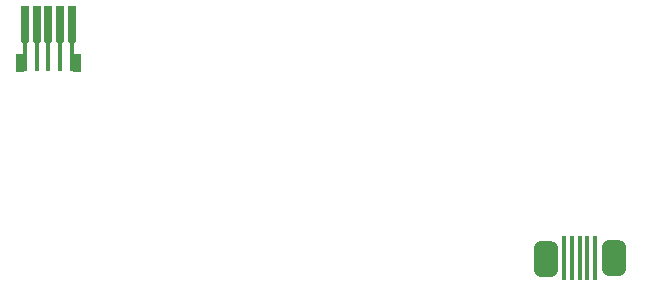
<source format=gbr>
%TF.GenerationSoftware,KiCad,Pcbnew,(5.99.0-10509-g065f85b504)*%
%TF.CreationDate,2021-07-11T19:01:29-06:00*%
%TF.ProjectId,OTG_Flex,4f54475f-466c-4657-982e-6b696361645f,1.1*%
%TF.SameCoordinates,Original*%
%TF.FileFunction,Soldermask,Top*%
%TF.FilePolarity,Negative*%
%FSLAX46Y46*%
G04 Gerber Fmt 4.6, Leading zero omitted, Abs format (unit mm)*
G04 Created by KiCad (PCBNEW (5.99.0-10509-g065f85b504)) date 2021-07-11 19:01:29*
%MOMM*%
%LPD*%
G01*
G04 APERTURE LIST*
G04 Aperture macros list*
%AMRoundRect*
0 Rectangle with rounded corners*
0 $1 Rounding radius*
0 $2 $3 $4 $5 $6 $7 $8 $9 X,Y pos of 4 corners*
0 Add a 4 corners polygon primitive as box body*
4,1,4,$2,$3,$4,$5,$6,$7,$8,$9,$2,$3,0*
0 Add four circle primitives for the rounded corners*
1,1,$1+$1,$2,$3*
1,1,$1+$1,$4,$5*
1,1,$1+$1,$6,$7*
1,1,$1+$1,$8,$9*
0 Add four rect primitives between the rounded corners*
20,1,$1+$1,$2,$3,$4,$5,0*
20,1,$1+$1,$4,$5,$6,$7,0*
20,1,$1+$1,$6,$7,$8,$9,0*
20,1,$1+$1,$8,$9,$2,$3,0*%
%AMFreePoly0*
4,1,9,0.350000,-1.000000,0.200000,-1.150000,0.200000,-3.500000,-0.200000,-3.500000,-0.200000,-1.150000,-0.350000,-1.000000,-0.350000,2.000000,0.350000,2.000000,0.350000,-1.000000,0.350000,-1.000000,$1*%
%AMFreePoly1*
4,1,5,3.000000,-0.200000,-0.800000,-0.200000,-0.800000,0.200000,3.000000,0.200000,3.000000,-0.200000,3.000000,-0.200000,$1*%
G04 Aperture macros list end*
%ADD10FreePoly0,0.000000*%
%ADD11R,0.800000X1.500000*%
%ADD12FreePoly1,90.000000*%
%ADD13RoundRect,0.500000X-0.500000X-1.000000X0.500000X-1.000000X0.500000X1.000000X-0.500000X1.000000X0*%
G04 APERTURE END LIST*
D10*
%TO.C,J2*%
X147206200Y-89395659D03*
D11*
X146806200Y-92145659D03*
D10*
X148206200Y-89395659D03*
X149206200Y-89395659D03*
X150206200Y-89395659D03*
X151206200Y-89395659D03*
D11*
X151606200Y-92145659D03*
%TD*%
D12*
%TO.C,J1*%
X192880000Y-109735000D03*
X193530000Y-109755000D03*
X194180000Y-109755000D03*
X194830000Y-109755000D03*
X195480000Y-109755000D03*
D13*
X191330000Y-108705000D03*
X197080000Y-108695000D03*
%TD*%
M02*

</source>
